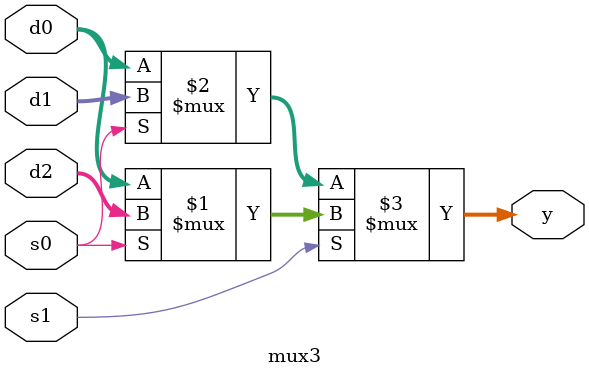
<source format=sv>
`timescale 1ns / 1ps


module mux3
    #(parameter WIDTH = 32)
    (input logic [WIDTH-1:0] d0, d1,d2,
     input logic s1,s0,
     output logic [WIDTH-1:0] y);

assign y = s1 ? (s0 ? d2 : d0) :
                (s0 ? d1 : d0) ;

endmodule

</source>
